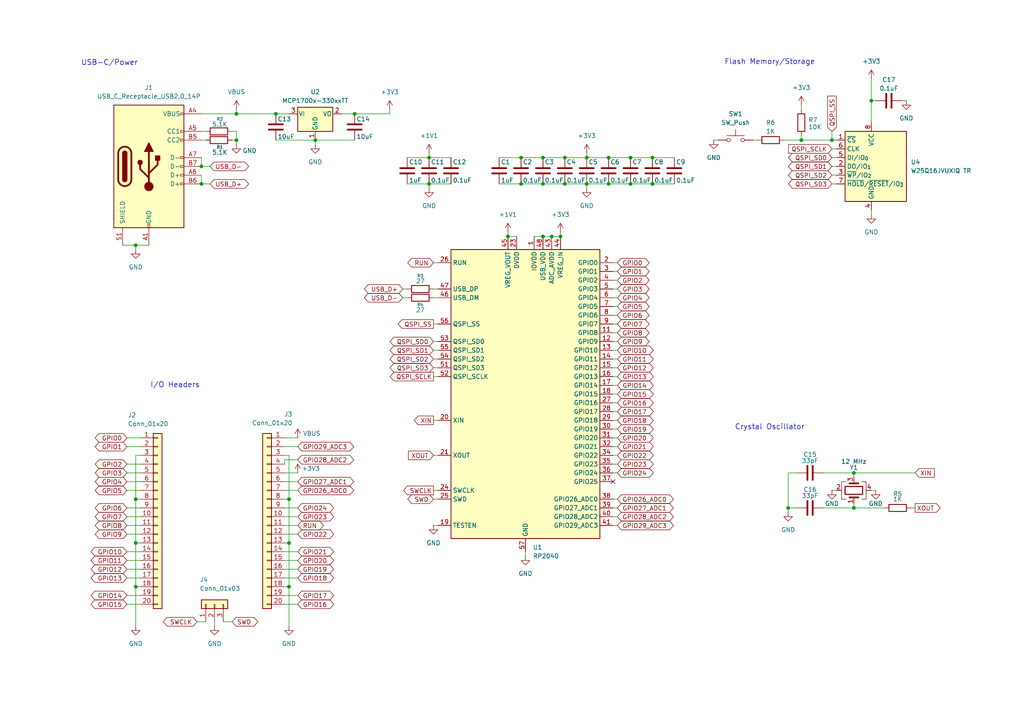
<source format=kicad_sch>
(kicad_sch (version 20250114) (generator "eeschema") (generator_version "9.0")
  (paper "A4")
  (lib_symbols
    (symbol "Connector:USB_C_Receptacle_USB2.0_14P" (pin_names (offset 1.016))
      (property "Reference" "J" (at 0 22.225 0))
      (property "Value" "USB_C_Receptacle_USB2.0_14P" (at 0 19.685 0))
      (symbol "USB_C_Receptacle_USB2.0_14P_1_1"
        (pin passive line (at -7.62 -22.86 90) (length 5.08) (name "SHIELD") (number "S1"))
        (pin passive line (at 0 -22.86 90) (length 5.08) (name "GND") (number "A1"))
        (pin passive line (at 0 -22.86 90) (length 5.08) (hide yes) (name "GND") (number "A12"))
        (pin passive line (at 0 -22.86 90) (length 5.08) (hide yes) (name "GND") (number "B1"))
        (pin passive line (at 0 -22.86 90) (length 5.08) (hide yes) (name "GND") (number "B12"))
        (pin passive line (at 15.24 15.24 180) (length 5.08) (name "VBUS") (number "A4"))
        (pin passive line (at 15.24 15.24 180) (length 5.08) (hide yes) (name "VBUS") (number "A9"))
        (pin passive line (at 15.24 15.24 180) (length 5.08) (hide yes) (name "VBUS") (number "B4"))
        (pin passive line (at 15.24 15.24 180) (length 5.08) (hide yes) (name "VBUS") (number "B9"))
        (pin bidirectional line (at 15.24 10.16 180) (length 5.08) (name "CC1") (number "A5"))
        (pin bidirectional line (at 15.24 7.62 180) (length 5.08) (name "CC2") (number "B5"))
        (pin bidirectional line (at 15.24 2.54 180) (length 5.08) (name "D-") (number "A7"))
        (pin bidirectional line (at 15.24 0 180) (length 5.08) (name "D-") (number "B7"))
        (pin bidirectional line (at 15.24 -2.54 180) (length 5.08) (name "D+") (number "A6"))
        (pin bidirectional line (at 15.24 -5.08 180) (length 5.08) (name "D+") (number "B6"))
      )
    )
    (symbol "Connector_Generic:Conn_01x03" (pin_names (offset 1.016) (hide yes))
      (property "Reference" "J" (at 0 5.08 0))
      (property "Value" "Conn_01x03" (at 0 -5.08 0))
      (symbol "Conn_01x03_1_1"
        (pin passive line (at -5.08 2.54 0) (length 3.81) (name "Pin_1") (number "1"))
        (pin passive line (at -5.08 0 0) (length 3.81) (name "Pin_2") (number "2"))
        (pin passive line (at -5.08 -2.54 0) (length 3.81) (name "Pin_3") (number "3"))
      )
    )
    (symbol "Connector_Generic:Conn_01x20" (pin_names (offset 1.016) (hide yes))
      (property "Reference" "J" (at 0 25.4 0))
      (property "Value" "Conn_01x20" (at 0 -27.94 0))
      (symbol "Conn_01x20_1_1"
        (pin passive line (at -5.08 22.86 0) (length 3.81) (name "Pin_1") (number "1"))
        (pin passive line (at -5.08 20.32 0) (length 3.81) (name "Pin_2") (number "2"))
        (pin passive line (at -5.08 17.78 0) (length 3.81) (name "Pin_3") (number "3"))
        (pin passive line (at -5.08 15.24 0) (length 3.81) (name "Pin_4") (number "4"))
        (pin passive line (at -5.08 12.7 0) (length 3.81) (name "Pin_5") (number "5"))
        (pin passive line (at -5.08 10.16 0) (length 3.81) (name "Pin_6") (number "6"))
        (pin passive line (at -5.08 7.62 0) (length 3.81) (name "Pin_7") (number "7"))
        (pin passive line (at -5.08 5.08 0) (length 3.81) (name "Pin_8") (number "8"))
        (pin passive line (at -5.08 2.54 0) (length 3.81) (name "Pin_9") (number "9"))
        (pin passive line (at -5.08 0 0) (length 3.81) (name "Pin_10") (number "10"))
        (pin passive line (at -5.08 -2.54 0) (length 3.81) (name "Pin_11") (number "11"))
        (pin passive line (at -5.08 -5.08 0) (length 3.81) (name "Pin_12") (number "12"))
        (pin passive line (at -5.08 -7.62 0) (length 3.81) (name "Pin_13") (number "13"))
        (pin passive line (at -5.08 -10.16 0) (length 3.81) (name "Pin_14") (number "14"))
        (pin passive line (at -5.08 -12.7 0) (length 3.81) (name "Pin_15") (number "15"))
        (pin passive line (at -5.08 -15.24 0) (length 3.81) (name "Pin_16") (number "16"))
        (pin passive line (at -5.08 -17.78 0) (length 3.81) (name "Pin_17") (number "17"))
        (pin passive line (at -5.08 -20.32 0) (length 3.81) (name "Pin_18") (number "18"))
        (pin passive line (at -5.08 -22.86 0) (length 3.81) (name "Pin_19") (number "19"))
        (pin passive line (at -5.08 -25.4 0) (length 3.81) (name "Pin_20") (number "20"))
      )
    )
    (symbol "Device:C" (pin_numbers (hide yes)) (pin_names (offset 0.254))
      (property "Reference" "C" (at 0.635 2.54 0))
      (property "Value" "C" (at 0.635 -2.54 0))
      (symbol "C_1_1"
        (pin passive line (at 0 3.81 270) (length 2.794) (name "~") (number "1"))
        (pin passive line (at 0 -3.81 90) (length 2.794) (name "~") (number "2"))
      )
    )
    (symbol "Device:Crystal_GND24" (pin_names (offset 1.016) (hide yes))
      (property "Reference" "Y" (at 3.175 5.08 0))
      (property "Value" "Crystal_GND24" (at 3.175 3.175 0))
      (symbol "Crystal_GND24_1_1"
        (pin passive line (at -3.81 0 0) (length 1.27) (name "1") (number "1"))
        (pin passive line (at 0 5.08 270) (length 1.27) (name "2") (number "2"))
        (pin passive line (at 0 -5.08 90) (length 1.27) (name "4") (number "4"))
        (pin passive line (at 3.81 0 180) (length 1.27) (name "3") (number "3"))
      )
    )
    (symbol "Device:R" (pin_numbers (hide yes)) (pin_names (offset 0))
      (property "Reference" "R" (at 2.032 0 90))
      (property "Value" "R" (at 0 0 90))
      (symbol "R_1_1"
        (pin passive line (at 0 3.81 270) (length 1.27) (name "~") (number "1"))
        (pin passive line (at 0 -3.81 90) (length 1.27) (name "~") (number "2"))
      )
    )
    (symbol "MCU_RaspberryPi:RP2040"
      (property "Reference" "U" (at 17.78 45.72 0))
      (property "Value" "RP2040" (at 17.78 43.18 0))
      (symbol "RP2040_1_1"
        (pin input line (at -25.4 38.1 0) (length 3.81) (name "RUN") (number "26"))
        (pin bidirectional line (at -25.4 30.48 0) (length 3.81) (name "USB_DP") (number "47"))
        (pin bidirectional line (at -25.4 27.94 0) (length 3.81) (name "USB_DM") (number "46"))
        (pin bidirectional line (at -25.4 20.32 0) (length 3.81) (name "QSPI_SS") (number "56"))
        (pin bidirectional line (at -25.4 15.24 0) (length 3.81) (name "QSPI_SD0") (number "53"))
        (pin bidirectional line (at -25.4 12.7 0) (length 3.81) (name "QSPI_SD1") (number "55"))
        (pin bidirectional line (at -25.4 10.16 0) (length 3.81) (name "QSPI_SD2") (number "54"))
        (pin bidirectional line (at -25.4 7.62 0) (length 3.81) (name "QSPI_SD3") (number "51"))
        (pin output line (at -25.4 5.08 0) (length 3.81) (name "QSPI_SCLK") (number "52"))
        (pin input line (at -25.4 -7.62 0) (length 3.81) (name "XIN") (number "20"))
        (pin passive line (at -25.4 -17.78 0) (length 3.81) (name "XOUT") (number "21"))
        (pin input line (at -25.4 -27.94 0) (length 3.81) (name "SWCLK") (number "24"))
        (pin bidirectional line (at -25.4 -30.48 0) (length 3.81) (name "SWD") (number "25"))
        (pin input line (at -25.4 -38.1 0) (length 3.81) (name "TESTEN") (number "19"))
        (pin power_out line (at -5.08 45.72 270) (length 3.81) (name "VREG_VOUT") (number "45"))
        (pin power_in line (at -2.54 45.72 270) (length 3.81) (name "DVDD") (number "23"))
        (pin passive line (at -2.54 45.72 270) (length 3.81) (hide yes) (name "DVDD") (number "50"))
        (pin power_in line (at 0 -45.72 90) (length 3.81) (name "GND") (number "57"))
        (pin power_in line (at 2.54 45.72 270) (length 3.81) (name "IOVDD") (number "1"))
        (pin passive line (at 2.54 45.72 270) (length 3.81) (hide yes) (name "IOVDD") (number "10"))
        (pin passive line (at 2.54 45.72 270) (length 3.81) (hide yes) (name "IOVDD") (number "22"))
        (pin passive line (at 2.54 45.72 270) (length 3.81) (hide yes) (name "IOVDD") (number "33"))
        (pin passive line (at 2.54 45.72 270) (length 3.81) (hide yes) (name "IOVDD") (number "42"))
        (pin passive line (at 2.54 45.72 270) (length 3.81) (hide yes) (name "IOVDD") (number "49"))
        (pin power_in line (at 5.08 45.72 270) (length 3.81) (name "USB_VDD") (number "48"))
        (pin power_in line (at 7.62 45.72 270) (length 3.81) (name "ADC_AVDD") (number "43"))
        (pin power_in line (at 10.16 45.72 270) (length 3.81) (name "VREG_IN") (number "44"))
        (pin bidirectional line (at 25.4 38.1 180) (length 3.81) (name "GPIO0") (number "2"))
        (pin bidirectional line (at 25.4 35.56 180) (length 3.81) (name "GPIO1") (number "3"))
        (pin bidirectional line (at 25.4 33.02 180) (length 3.81) (name "GPIO2") (number "4"))
        (pin bidirectional line (at 25.4 30.48 180) (length 3.81) (name "GPIO3") (number "5"))
        (pin bidirectional line (at 25.4 27.94 180) (length 3.81) (name "GPIO4") (number "6"))
        (pin bidirectional line (at 25.4 25.4 180) (length 3.81) (name "GPIO5") (number "7"))
        (pin bidirectional line (at 25.4 22.86 180) (length 3.81) (name "GPIO6") (number "8"))
        (pin bidirectional line (at 25.4 20.32 180) (length 3.81) (name "GPIO7") (number "9"))
        (pin bidirectional line (at 25.4 17.78 180) (length 3.81) (name "GPIO8") (number "11"))
        (pin bidirectional line (at 25.4 15.24 180) (length 3.81) (name "GPIO9") (number "12"))
        (pin bidirectional line (at 25.4 12.7 180) (length 3.81) (name "GPIO10") (number "13"))
        (pin bidirectional line (at 25.4 10.16 180) (length 3.81) (name "GPIO11") (number "14"))
        (pin bidirectional line (at 25.4 7.62 180) (length 3.81) (name "GPIO12") (number "15"))
        (pin bidirectional line (at 25.4 5.08 180) (length 3.81) (name "GPIO13") (number "16"))
        (pin bidirectional line (at 25.4 2.54 180) (length 3.81) (name "GPIO14") (number "17"))
        (pin bidirectional line (at 25.4 0 180) (length 3.81) (name "GPIO15") (number "18"))
        (pin bidirectional line (at 25.4 -2.54 180) (length 3.81) (name "GPIO16") (number "27"))
        (pin bidirectional line (at 25.4 -5.08 180) (length 3.81) (name "GPIO17") (number "28"))
        (pin bidirectional line (at 25.4 -7.62 180) (length 3.81) (name "GPIO18") (number "29"))
        (pin bidirectional line (at 25.4 -10.16 180) (length 3.81) (name "GPIO19") (number "30"))
        (pin bidirectional line (at 25.4 -12.7 180) (length 3.81) (name "GPIO20") (number "31"))
        (pin bidirectional line (at 25.4 -15.24 180) (length 3.81) (name "GPIO21") (number "32"))
        (pin bidirectional line (at 25.4 -17.78 180) (length 3.81) (name "GPIO22") (number "34"))
        (pin bidirectional line (at 25.4 -20.32 180) (length 3.81) (name "GPIO23") (number "35"))
        (pin bidirectional line (at 25.4 -22.86 180) (length 3.81) (name "GPIO24") (number "36"))
        (pin bidirectional line (at 25.4 -25.4 180) (length 3.81) (name "GPIO25") (number "37"))
        (pin bidirectional line (at 25.4 -30.48 180) (length 3.81) (name "GPIO26_ADC0") (number "38"))
        (pin bidirectional line (at 25.4 -33.02 180) (length 3.81) (name "GPIO27_ADC1") (number "39"))
        (pin bidirectional line (at 25.4 -35.56 180) (length 3.81) (name "GPIO28_ADC2") (number "40"))
        (pin bidirectional line (at 25.4 -38.1 180) (length 3.81) (name "GPIO29_ADC3") (number "41"))
      )
    )
    (symbol "Memory_Flash:W25Q16JVSS"
      (property "Reference" "U" (at -6.35 11.43 0))
      (property "Value" "W25Q16JVSS" (at 7.62 11.43 0))
      (symbol "W25Q16JVSS_1_1"
        (pin input line (at -10.16 7.62 0) (length 2.54) (name "~{CS}") (number "1"))
        (pin input line (at -10.16 5.08 0) (length 2.54) (name "CLK") (number "6"))
        (pin bidirectional line (at -10.16 2.54 0) (length 2.54) (name "DI/IO_{0}") (number "5"))
        (pin bidirectional line (at -10.16 0 0) (length 2.54) (name "DO/IO_{1}") (number "2"))
        (pin bidirectional line (at -10.16 -2.54 0) (length 2.54) (name "~{WP}/IO_{2}") (number "3"))
        (pin bidirectional line (at -10.16 -5.08 0) (length 2.54) (name "~{HOLD}/~{RESET}/IO_{3}") (number "7"))
        (pin power_in line (at 0 12.7 270) (length 2.54) (name "VCC") (number "8"))
        (pin power_in line (at 0 -12.7 90) (length 2.54) (name "GND") (number "4"))
      )
    )
    (symbol "Regulator_Linear:MCP1700x-330xxTT" (pin_names (offset 0.254))
      (property "Reference" "U" (at -3.81 3.175 0))
      (property "Value" "MCP1700x-330xxTT" (at 0 3.175 0))
      (symbol "MCP1700x-330xxTT_1_1"
        (pin power_in line (at -7.62 0 0) (length 2.54) (name "VI") (number "3"))
        (pin power_in line (at 0 -7.62 90) (length 2.54) (name "GND") (number "1"))
        (pin power_out line (at 7.62 0 180) (length 2.54) (name "VO") (number "2"))
      )
    )
    (symbol "Switch:SW_Push" (pin_numbers (hide yes)) (pin_names (offset 1.016) (hide yes))
      (property "Reference" "SW" (at 1.27 2.54 0))
      (property "Value" "SW_Push" (at 0 -1.524 0))
      (symbol "SW_Push_0_1"
        (pin passive line (at -5.08 0 0) (length 2.54) (name "1") (number "1"))
        (pin passive line (at 5.08 0 180) (length 2.54) (name "2") (number "2"))
      )
    )
    (symbol "power:+1V1" (power) (pin_numbers (hide yes)) (pin_names (offset 0) (hide yes))
      (property "Value" "+1V1" (at 0 3.556 0))
      (symbol "+1V1_1_1"
        (pin power_in line (at 0 0 90) (length 0) (name "~") (number "1"))
      )
    )
    (symbol "power:+3V3" (power) (pin_numbers (hide yes)) (pin_names (offset 0) (hide yes))
      (property "Value" "+3V3" (at 0 3.556 0))
      (symbol "+3V3_1_1"
        (pin power_in line (at 0 0 90) (length 0) (name "~") (number "1"))
      )
    )
    (symbol "power:GND" (power) (pin_numbers (hide yes)) (pin_names (offset 0) (hide yes))
      (property "Value" "GND" (at 0 -3.81 0))
      (symbol "GND_1_1"
        (pin power_in line (at 0 0 270) (length 0) (name "~") (number "1"))
      )
    )
    (symbol "power:VBUS" (power) (pin_numbers (hide yes)) (pin_names (offset 0) (hide yes))
      (property "Value" "VBUS" (at 0 3.556 0))
      (symbol "VBUS_1_1"
        (pin power_in line (at 0 0 90) (length 0) (name "~") (number "1"))
      )
    )
  )
  (text "Flash Memory/Storage" (at 223.266 18.034 0) (effects (font (size 1.524 1.524))))
  (text "I/O Headers" (at 50.8 111.76 0) (effects (font (size 1.524 1.524))))
  (text "Crystal Oscillator" (at 223.266 123.952 0) (effects (font (size 1.524 1.524))))
  (text "USB-C/Power" (at 31.75 18.288 0) (effects (font (size 1.524 1.524))))
  (junction (at 247.65 147.32))
  (junction (at 232.41 40.64))
  (junction (at 83.82 144.78))
  (junction (at 91.44 40.64))
  (junction (at 189.23 45.72))
  (junction (at 182.88 53.34))
  (junction (at 160.02 68.58))
  (junction (at 102.87 33.02))
  (junction (at 157.48 45.72))
  (junction (at 80.01 33.02))
  (junction (at 247.65 137.16))
  (junction (at 163.83 53.34))
  (junction (at 228.6 147.32))
  (junction (at 124.46 45.72))
  (junction (at 39.37 157.48))
  (junction (at 182.88 45.72))
  (junction (at 162.56 68.58))
  (junction (at 151.13 53.34))
  (junction (at 170.18 53.34))
  (junction (at 58.42 53.34))
  (junction (at 58.42 48.26))
  (junction (at 147.32 68.58))
  (junction (at 176.53 53.34))
  (junction (at 39.37 144.78))
  (junction (at 252.73 29.21))
  (junction (at 83.82 157.48))
  (junction (at 241.3 40.64))
  (junction (at 83.82 170.18))
  (junction (at 170.18 45.72))
  (junction (at 39.37 170.18))
  (junction (at 124.46 53.34))
  (junction (at 176.53 45.72))
  (junction (at 157.48 68.58))
  (junction (at 39.37 71.12))
  (junction (at 68.58 33.02))
  (junction (at 157.48 53.34))
  (junction (at 163.83 45.72))
  (junction (at 189.23 53.34))
  (junction (at 68.58 40.64))
  (junction (at 151.13 45.72))
  (no_connect (at 177.8 139.7))
  (wire (pts (xy 58.42 48.26) (xy 60.96 48.26)))
  (wire (pts (xy 36.83 147.32) (xy 40.64 147.32)))
  (wire (pts (xy 125.73 152.4) (xy 127 152.4)))
  (wire (pts (xy 254 142.24) (xy 252.73 142.24)))
  (wire (pts (xy 176.53 45.72) (xy 182.88 45.72)))
  (wire (pts (xy 83.82 170.18) (xy 83.82 181.61)))
  (wire (pts (xy 231.14 137.16) (xy 228.6 137.16)))
  (wire (pts (xy 36.83 175.26) (xy 40.64 175.26)))
  (wire (pts (xy 228.6 147.32) (xy 231.14 147.32)))
  (wire (pts (xy 179.07 111.76) (xy 177.8 111.76)))
  (wire (pts (xy 86.36 137.16) (xy 82.55 137.16)))
  (wire (pts (xy 125.73 132.08) (xy 127 132.08)))
  (wire (pts (xy 36.83 172.72) (xy 40.64 172.72)))
  (wire (pts (xy 179.07 132.08) (xy 177.8 132.08)))
  (wire (pts (xy 144.78 53.34) (xy 151.13 53.34)))
  (wire (pts (xy 125.73 101.6) (xy 127 101.6)))
  (wire (pts (xy 170.18 53.34) (xy 176.53 53.34)))
  (wire (pts (xy 124.46 54.61) (xy 124.46 53.34)))
  (wire (pts (xy 179.07 106.68) (xy 177.8 106.68)))
  (wire (pts (xy 40.64 144.78) (xy 39.37 144.78)))
  (wire (pts (xy 179.07 116.84) (xy 177.8 116.84)))
  (wire (pts (xy 67.31 40.64) (xy 68.58 40.64)))
  (wire (pts (xy 82.55 152.4) (xy 86.36 152.4)))
  (wire (pts (xy 58.42 45.72) (xy 58.42 48.26)))
  (wire (pts (xy 36.83 152.4) (xy 40.64 152.4)))
  (wire (pts (xy 39.37 132.08) (xy 39.37 144.78)))
  (wire (pts (xy 228.6 137.16) (xy 228.6 147.32)))
  (wire (pts (xy 176.53 53.34) (xy 182.88 53.34)))
  (wire (pts (xy 163.83 53.34) (xy 170.18 53.34)))
  (wire (pts (xy 86.36 127) (xy 82.55 127)))
  (wire (pts (xy 36.83 160.02) (xy 40.64 160.02)))
  (wire (pts (xy 170.18 45.72) (xy 176.53 45.72)))
  (wire (pts (xy 144.78 45.72) (xy 151.13 45.72)))
  (wire (pts (xy 154.94 68.58) (xy 157.48 68.58)))
  (wire (pts (xy 125.73 93.98) (xy 127 93.98)))
  (wire (pts (xy 247.65 147.32) (xy 256.54 147.32)))
  (wire (pts (xy 83.82 144.78) (xy 83.82 157.48)))
  (wire (pts (xy 247.65 137.16) (xy 265.43 137.16)))
  (wire (pts (xy 179.07 144.78) (xy 177.8 144.78)))
  (wire (pts (xy 124.46 53.34) (xy 130.81 53.34)))
  (wire (pts (xy 189.23 53.34) (xy 195.58 53.34)))
  (wire (pts (xy 67.31 38.1) (xy 68.58 38.1)))
  (wire (pts (xy 179.07 81.28) (xy 177.8 81.28)))
  (wire (pts (xy 179.07 147.32) (xy 177.8 147.32)))
  (wire (pts (xy 82.55 147.32) (xy 86.36 147.32)))
  (wire (pts (xy 232.41 40.64) (xy 241.3 40.64)))
  (wire (pts (xy 179.07 129.54) (xy 177.8 129.54)))
  (wire (pts (xy 179.07 86.36) (xy 177.8 86.36)))
  (wire (pts (xy 82.55 175.26) (xy 86.36 175.26)))
  (wire (pts (xy 179.07 83.82) (xy 177.8 83.82)))
  (wire (pts (xy 82.55 170.18) (xy 83.82 170.18)))
  (wire (pts (xy 36.83 134.62) (xy 40.64 134.62)))
  (wire (pts (xy 241.3 43.18) (xy 242.57 43.18)))
  (wire (pts (xy 39.37 72.39) (xy 39.37 71.12)))
  (wire (pts (xy 39.37 71.12) (xy 43.18 71.12)))
  (wire (pts (xy 179.07 109.22) (xy 177.8 109.22)))
  (wire (pts (xy 241.3 45.72) (xy 242.57 45.72)))
  (wire (pts (xy 36.83 129.54) (xy 40.64 129.54)))
  (wire (pts (xy 116.84 86.36) (xy 118.11 86.36)))
  (wire (pts (xy 113.03 31.75) (xy 113.03 33.02)))
  (wire (pts (xy 68.58 33.02) (xy 80.01 33.02)))
  (wire (pts (xy 113.03 33.02) (xy 102.87 33.02)))
  (wire (pts (xy 36.83 137.16) (xy 40.64 137.16)))
  (wire (pts (xy 241.3 50.8) (xy 242.57 50.8)))
  (wire (pts (xy 39.37 157.48) (xy 39.37 170.18)))
  (wire (pts (xy 152.4 161.29) (xy 152.4 160.02)))
  (wire (pts (xy 36.83 165.1) (xy 40.64 165.1)))
  (wire (pts (xy 238.76 147.32) (xy 247.65 147.32)))
  (wire (pts (xy 179.07 114.3) (xy 177.8 114.3)))
  (wire (pts (xy 182.88 53.34) (xy 189.23 53.34)))
  (wire (pts (xy 68.58 40.64) (xy 68.58 41.91)))
  (wire (pts (xy 241.3 142.24) (xy 242.57 142.24)))
  (wire (pts (xy 40.64 170.18) (xy 39.37 170.18)))
  (wire (pts (xy 151.13 45.72) (xy 157.48 45.72)))
  (wire (pts (xy 58.42 53.34) (xy 60.96 53.34)))
  (wire (pts (xy 36.83 154.94) (xy 40.64 154.94)))
  (wire (pts (xy 254 29.21) (xy 252.73 29.21)))
  (wire (pts (xy 241.3 40.64) (xy 242.57 40.64)))
  (wire (pts (xy 124.46 44.45) (xy 124.46 45.72)))
  (wire (pts (xy 80.01 33.02) (xy 83.82 33.02)))
  (wire (pts (xy 82.55 132.08) (xy 83.82 132.08)))
  (wire (pts (xy 39.37 144.78) (xy 39.37 157.48)))
  (wire (pts (xy 179.07 119.38) (xy 177.8 119.38)))
  (wire (pts (xy 125.73 106.68) (xy 127 106.68)))
  (wire (pts (xy 68.58 31.75) (xy 68.58 33.02)))
  (wire (pts (xy 125.73 104.14) (xy 127 104.14)))
  (wire (pts (xy 170.18 54.61) (xy 170.18 53.34)))
  (wire (pts (xy 36.83 127) (xy 40.64 127)))
  (wire (pts (xy 157.48 68.58) (xy 160.02 68.58)))
  (wire (pts (xy 179.07 76.2) (xy 177.8 76.2)))
  (wire (pts (xy 118.11 53.34) (xy 124.46 53.34)))
  (wire (pts (xy 179.07 134.62) (xy 177.8 134.62)))
  (wire (pts (xy 182.88 45.72) (xy 189.23 45.72)))
  (wire (pts (xy 125.73 121.92) (xy 127 121.92)))
  (wire (pts (xy 247.65 137.16) (xy 247.65 138.43)))
  (wire (pts (xy 252.73 29.21) (xy 252.73 35.56)))
  (wire (pts (xy 58.42 50.8) (xy 58.42 53.34)))
  (wire (pts (xy 247.65 146.05) (xy 247.65 147.32)))
  (wire (pts (xy 82.55 129.54) (xy 86.36 129.54)))
  (wire (pts (xy 179.07 78.74) (xy 177.8 78.74)))
  (wire (pts (xy 179.07 101.6) (xy 177.8 101.6)))
  (wire (pts (xy 82.55 149.86) (xy 86.36 149.86)))
  (wire (pts (xy 228.6 148.59) (xy 228.6 147.32)))
  (wire (pts (xy 40.64 132.08) (xy 39.37 132.08)))
  (wire (pts (xy 58.42 33.02) (xy 68.58 33.02)))
  (wire (pts (xy 179.07 88.9) (xy 177.8 88.9)))
  (wire (pts (xy 99.06 33.02) (xy 102.87 33.02)))
  (wire (pts (xy 83.82 132.08) (xy 83.82 144.78)))
  (wire (pts (xy 179.07 137.16) (xy 177.8 137.16)))
  (wire (pts (xy 82.55 133.35) (xy 82.55 134.62)))
  (wire (pts (xy 179.07 99.06) (xy 177.8 99.06)))
  (wire (pts (xy 125.73 83.82) (xy 127 83.82)))
  (wire (pts (xy 125.73 86.36) (xy 127 86.36)))
  (wire (pts (xy 82.55 133.35) (xy 86.36 133.35)))
  (wire (pts (xy 36.83 167.64) (xy 40.64 167.64)))
  (wire (pts (xy 116.84 83.82) (xy 118.11 83.82)))
  (wire (pts (xy 82.55 172.72) (xy 86.36 172.72)))
  (wire (pts (xy 125.73 142.24) (xy 127 142.24)))
  (wire (pts (xy 147.32 67.31) (xy 147.32 68.58)))
  (wire (pts (xy 179.07 127) (xy 177.8 127)))
  (wire (pts (xy 82.55 142.24) (xy 86.36 142.24)))
  (wire (pts (xy 189.23 45.72) (xy 195.58 45.72)))
  (wire (pts (xy 40.64 157.48) (xy 39.37 157.48)))
  (wire (pts (xy 179.07 121.92) (xy 177.8 121.92)))
  (wire (pts (xy 125.73 99.06) (xy 127 99.06)))
  (wire (pts (xy 125.73 76.2) (xy 127 76.2)))
  (wire (pts (xy 207.01 40.64) (xy 208.28 40.64)))
  (wire (pts (xy 82.55 160.02) (xy 86.36 160.02)))
  (wire (pts (xy 241.3 53.34) (xy 242.57 53.34)))
  (wire (pts (xy 82.55 139.7) (xy 86.36 139.7)))
  (wire (pts (xy 91.44 40.64) (xy 102.87 40.64)))
  (wire (pts (xy 179.07 91.44) (xy 177.8 91.44)))
  (wire (pts (xy 82.55 165.1) (xy 86.36 165.1)))
  (wire (pts (xy 36.83 149.86) (xy 40.64 149.86)))
  (wire (pts (xy 232.41 39.37) (xy 232.41 40.64)))
  (wire (pts (xy 157.48 45.72) (xy 163.83 45.72)))
  (wire (pts (xy 118.11 45.72) (xy 124.46 45.72)))
  (wire (pts (xy 35.56 71.12) (xy 39.37 71.12)))
  (wire (pts (xy 252.73 62.23) (xy 252.73 60.96)))
  (wire (pts (xy 39.37 170.18) (xy 39.37 181.61)))
  (wire (pts (xy 125.73 109.22) (xy 127 109.22)))
  (wire (pts (xy 179.07 124.46) (xy 177.8 124.46)))
  (wire (pts (xy 151.13 53.34) (xy 157.48 53.34)))
  (wire (pts (xy 82.55 154.94) (xy 86.36 154.94)))
  (wire (pts (xy 157.48 53.34) (xy 163.83 53.34)))
  (wire (pts (xy 241.3 40.64) (xy 241.3 38.1)))
  (wire (pts (xy 57.15 180.34) (xy 59.69 180.34)))
  (wire (pts (xy 82.55 157.48) (xy 83.82 157.48)))
  (wire (pts (xy 68.58 38.1) (xy 68.58 40.64)))
  (wire (pts (xy 162.56 67.31) (xy 162.56 68.58)))
  (wire (pts (xy 241.3 48.26) (xy 242.57 48.26)))
  (wire (pts (xy 262.89 29.21) (xy 261.62 29.21)))
  (wire (pts (xy 36.83 142.24) (xy 40.64 142.24)))
  (wire (pts (xy 82.55 144.78) (xy 83.82 144.78)))
  (wire (pts (xy 179.07 104.14) (xy 177.8 104.14)))
  (wire (pts (xy 59.69 38.1) (xy 58.42 38.1)))
  (wire (pts (xy 227.33 40.64) (xy 232.41 40.64)))
  (wire (pts (xy 83.82 157.48) (xy 83.82 170.18)))
  (wire (pts (xy 252.73 22.86) (xy 252.73 29.21)))
  (wire (pts (xy 265.43 147.32) (xy 264.16 147.32)))
  (wire (pts (xy 91.44 41.91) (xy 91.44 40.64)))
  (wire (pts (xy 64.77 180.34) (xy 67.31 180.34)))
  (wire (pts (xy 163.83 45.72) (xy 170.18 45.72)))
  (wire (pts (xy 218.44 40.64) (xy 219.71 40.64)))
  (wire (pts (xy 62.23 181.61) (xy 62.23 180.34)))
  (wire (pts (xy 82.55 162.56) (xy 86.36 162.56)))
  (wire (pts (xy 179.07 93.98) (xy 177.8 93.98)))
  (wire (pts (xy 36.83 162.56) (xy 40.64 162.56)))
  (wire (pts (xy 147.32 68.58) (xy 149.86 68.58)))
  (wire (pts (xy 170.18 44.45) (xy 170.18 45.72)))
  (wire (pts (xy 179.07 96.52) (xy 177.8 96.52)))
  (wire (pts (xy 238.76 137.16) (xy 247.65 137.16)))
  (wire (pts (xy 160.02 68.58) (xy 162.56 68.58)))
  (wire (pts (xy 59.69 40.64) (xy 58.42 40.64)))
  (wire (pts (xy 125.73 144.78) (xy 127 144.78)))
  (wire (pts (xy 36.83 139.7) (xy 40.64 139.7)))
  (wire (pts (xy 124.46 45.72) (xy 130.81 45.72)))
  (wire (pts (xy 179.07 149.86) (xy 177.8 149.86)))
  (wire (pts (xy 80.01 40.64) (xy 91.44 40.64)))
  (wire (pts (xy 179.07 152.4) (xy 177.8 152.4)))
  (wire (pts (xy 232.41 30.48) (xy 232.41 31.75)))
  (wire (pts (xy 82.55 167.64) (xy 86.36 167.64)))
  (global_label "GPIO6" (shape bidirectional) (at 179.07 91.44 0) (property "Intersheetrefs" "${INTERSHEET_REFS}" (effects (hide yes))))
  (global_label "GPIO2" (shape bidirectional) (at 36.83 134.62 180) (property "Intersheetrefs" "${INTERSHEET_REFS}" (effects (hide yes))))
  (global_label "QSPI_SD1" (shape bidirectional) (at 125.73 101.6 180) (property "Intersheetrefs" "${INTERSHEET_REFS}" (effects (hide yes))))
  (global_label "GPIO24" (shape bidirectional) (at 179.07 137.16 0) (property "Intersheetrefs" "${INTERSHEET_REFS}" (effects (hide yes))))
  (global_label "GPIO20" (shape bidirectional) (at 86.36 162.56 0) (property "Intersheetrefs" "${INTERSHEET_REFS}" (effects (hide yes))))
  (global_label "GPIO7" (shape bidirectional) (at 179.07 93.98 0) (property "Intersheetrefs" "${INTERSHEET_REFS}" (effects (hide yes))))
  (global_label "GPIO11" (shape bidirectional) (at 179.07 104.14 0) (property "Intersheetrefs" "${INTERSHEET_REFS}" (effects (hide yes))))
  (global_label "USB_D-" (shape bidirectional) (at 116.84 86.36 180) (property "Intersheetrefs" "${INTERSHEET_REFS}" (effects (hide yes))))
  (global_label "QSPI_SCLK" (shape output) (at 125.73 109.22 180) (property "Intersheetrefs" "${INTERSHEET_REFS}" (effects (hide yes))))
  (global_label "GPIO9" (shape bidirectional) (at 179.07 99.06 0) (property "Intersheetrefs" "${INTERSHEET_REFS}" (effects (hide yes))))
  (global_label "QSPI_SD0" (shape bidirectional) (at 125.73 99.06 180) (property "Intersheetrefs" "${INTERSHEET_REFS}" (effects (hide yes))))
  (global_label "SWD" (shape bidirectional) (at 125.73 144.78 180) (property "Intersheetrefs" "${INTERSHEET_REFS}" (effects (hide yes))))
  (global_label "GPIO29_ADC3" (shape bidirectional) (at 179.07 152.4 0) (property "Intersheetrefs" "${INTERSHEET_REFS}" (effects (hide yes))))
  (global_label "XOUT" (shape output) (at 265.43 147.32 0) (property "Intersheetrefs" "${INTERSHEET_REFS}" (effects (hide yes))))
  (global_label "GPIO18" (shape bidirectional) (at 86.36 167.64 0) (property "Intersheetrefs" "${INTERSHEET_REFS}" (effects (hide yes))))
  (global_label "GPIO22" (shape bidirectional) (at 179.07 132.08 0) (property "Intersheetrefs" "${INTERSHEET_REFS}" (effects (hide yes))))
  (global_label "GPIO8" (shape bidirectional) (at 179.07 96.52 0) (property "Intersheetrefs" "${INTERSHEET_REFS}" (effects (hide yes))))
  (global_label "GPIO19" (shape bidirectional) (at 179.07 124.46 0) (property "Intersheetrefs" "${INTERSHEET_REFS}" (effects (hide yes))))
  (global_label "GPIO22" (shape bidirectional) (at 86.36 154.94 0) (property "Intersheetrefs" "${INTERSHEET_REFS}" (effects (hide yes))))
  (global_label "GPIO15" (shape bidirectional) (at 179.07 114.3 0) (property "Intersheetrefs" "${INTERSHEET_REFS}" (effects (hide yes))))
  (global_label "GPIO7" (shape bidirectional) (at 36.83 149.86 180) (property "Intersheetrefs" "${INTERSHEET_REFS}" (effects (hide yes))))
  (global_label "GPIO24" (shape bidirectional) (at 86.36 147.32 0) (property "Intersheetrefs" "${INTERSHEET_REFS}" (effects (hide yes))))
  (global_label "GPIO27_ADC1" (shape bidirectional) (at 179.07 147.32 0) (property "Intersheetrefs" "${INTERSHEET_REFS}" (effects (hide yes))))
  (global_label "QSPI_SS" (shape output) (at 125.73 93.98 180) (property "Intersheetrefs" "${INTERSHEET_REFS}" (effects (hide yes))))
  (global_label "QSPI_SD0" (shape bidirectional) (at 241.3 45.72 180) (property "Intersheetrefs" "${INTERSHEET_REFS}" (effects (hide yes))))
  (global_label "GPIO16" (shape bidirectional) (at 179.07 116.84 0) (property "Intersheetrefs" "${INTERSHEET_REFS}" (effects (hide yes))))
  (global_label "GPIO20" (shape bidirectional) (at 179.07 127 0) (property "Intersheetrefs" "${INTERSHEET_REFS}" (effects (hide yes))))
  (global_label "GPIO27_ADC1" (shape bidirectional) (at 86.36 139.7 0) (property "Intersheetrefs" "${INTERSHEET_REFS}" (effects (hide yes))))
  (global_label "GPIO28_ADC2" (shape bidirectional) (at 179.07 149.86 0) (property "Intersheetrefs" "${INTERSHEET_REFS}" (effects (hide yes))))
  (global_label "QSPI_SD1" (shape bidirectional) (at 241.3 48.26 180) (property "Intersheetrefs" "${INTERSHEET_REFS}" (effects (hide yes))))
  (global_label "GPIO14" (shape bidirectional) (at 179.07 111.76 0) (property "Intersheetrefs" "${INTERSHEET_REFS}" (effects (hide yes))))
  (global_label "GPIO17" (shape bidirectional) (at 179.07 119.38 0) (property "Intersheetrefs" "${INTERSHEET_REFS}" (effects (hide yes))))
  (global_label "GPIO3" (shape bidirectional) (at 36.83 137.16 180) (property "Intersheetrefs" "${INTERSHEET_REFS}" (effects (hide yes))))
  (global_label "GPIO10" (shape bidirectional) (at 179.07 101.6 0) (property "Intersheetrefs" "${INTERSHEET_REFS}" (effects (hide yes))))
  (global_label "GPIO13" (shape bidirectional) (at 36.83 167.64 180) (property "Intersheetrefs" "${INTERSHEET_REFS}" (effects (hide yes))))
  (global_label "QSPI_SCLK" (shape input) (at 241.3 43.18 180) (property "Intersheetrefs" "${INTERSHEET_REFS}" (effects (hide yes))))
  (global_label "SWD" (shape bidirectional) (at 67.31 180.34 0) (property "Intersheetrefs" "${INTERSHEET_REFS}" (effects (hide yes))))
  (global_label "GPIO5" (shape bidirectional) (at 36.83 142.24 180) (property "Intersheetrefs" "${INTERSHEET_REFS}" (effects (hide yes))))
  (global_label "GPIO28_ADC2" (shape bidirectional) (at 86.36 133.35 0) (property "Intersheetrefs" "${INTERSHEET_REFS}" (effects (hide yes))))
  (global_label "GPIO3" (shape bidirectional) (at 179.07 83.82 0) (property "Intersheetrefs" "${INTERSHEET_REFS}" (effects (hide yes))))
  (global_label "GPIO21" (shape bidirectional) (at 179.07 129.54 0) (property "Intersheetrefs" "${INTERSHEET_REFS}" (effects (hide yes))))
  (global_label "QSPI_SS" (shape input) (at 241.3 38.1 90) (property "Intersheetrefs" "${INTERSHEET_REFS}" (effects (hide yes))))
  (global_label "GPIO1" (shape bidirectional) (at 179.07 78.74 0) (property "Intersheetrefs" "${INTERSHEET_REFS}" (effects (hide yes))))
  (global_label "RUN" (shape bidirectional) (at 86.36 152.4 0) (property "Intersheetrefs" "${INTERSHEET_REFS}" (effects (hide yes))))
  (global_label "USB_D+" (shape bidirectional) (at 116.84 83.82 180) (property "Intersheetrefs" "${INTERSHEET_REFS}" (effects (hide yes))))
  (global_label "GPIO18" (shape bidirectional) (at 179.07 121.92 0) (property "Intersheetrefs" "${INTERSHEET_REFS}" (effects (hide yes))))
  (global_label "GPIO5" (shape bidirectional) (at 179.07 88.9 0) (property "Intersheetrefs" "${INTERSHEET_REFS}" (effects (hide yes))))
  (global_label "QSPI_SD2" (shape bidirectional) (at 241.3 50.8 180) (property "Intersheetrefs" "${INTERSHEET_REFS}" (effects (hide yes))))
  (global_label "GPIO26_ADC0" (shape bidirectional) (at 86.36 142.24 0) (property "Intersheetrefs" "${INTERSHEET_REFS}" (effects (hide yes))))
  (global_label "XIN" (shape input) (at 265.43 137.16 0) (property "Intersheetrefs" "${INTERSHEET_REFS}" (effects (hide yes))))
  (global_label "GPIO1" (shape bidirectional) (at 36.83 129.54 180) (property "Intersheetrefs" "${INTERSHEET_REFS}" (effects (hide yes))))
  (global_label "GPIO10" (shape bidirectional) (at 36.83 160.02 180) (property "Intersheetrefs" "${INTERSHEET_REFS}" (effects (hide yes))))
  (global_label "XIN" (shape output) (at 125.73 121.92 180) (property "Intersheetrefs" "${INTERSHEET_REFS}" (effects (hide yes))))
  (global_label "GPIO0" (shape bidirectional) (at 179.07 76.2 0) (property "Intersheetrefs" "${INTERSHEET_REFS}" (effects (hide yes))))
  (global_label "GPIO21" (shape bidirectional) (at 86.36 160.02 0) (property "Intersheetrefs" "${INTERSHEET_REFS}" (effects (hide yes))))
  (global_label "GPIO26_ADC0" (shape bidirectional) (at 179.07 144.78 0) (property "Intersheetrefs" "${INTERSHEET_REFS}" (effects (hide yes))))
  (global_label "GPIO12" (shape bidirectional) (at 179.07 106.68 0) (property "Intersheetrefs" "${INTERSHEET_REFS}" (effects (hide yes))))
  (global_label "QSPI_SD3" (shape bidirectional) (at 241.3 53.34 180) (property "Intersheetrefs" "${INTERSHEET_REFS}" (effects (hide yes))))
  (global_label "SWCLK" (shape output) (at 125.73 142.24 180) (property "Intersheetrefs" "${INTERSHEET_REFS}" (effects (hide yes))))
  (global_label "GPIO6" (shape bidirectional) (at 36.83 147.32 180) (property "Intersheetrefs" "${INTERSHEET_REFS}" (effects (hide yes))))
  (global_label "GPIO29_ADC3" (shape bidirectional) (at 86.36 129.54 0) (property "Intersheetrefs" "${INTERSHEET_REFS}" (effects (hide yes))))
  (global_label "GPIO13" (shape bidirectional) (at 179.07 109.22 0) (property "Intersheetrefs" "${INTERSHEET_REFS}" (effects (hide yes))))
  (global_label "SWCLK" (shape bidirectional) (at 57.15 180.34 180) (property "Intersheetrefs" "${INTERSHEET_REFS}" (effects (hide yes))))
  (global_label "GPIO14" (shape bidirectional) (at 36.83 172.72 180) (property "Intersheetrefs" "${INTERSHEET_REFS}" (effects (hide yes))))
  (global_label "GPIO4" (shape bidirectional) (at 36.83 139.7 180) (property "Intersheetrefs" "${INTERSHEET_REFS}" (effects (hide yes))))
  (global_label "GPIO19" (shape bidirectional) (at 86.36 165.1 0) (property "Intersheetrefs" "${INTERSHEET_REFS}" (effects (hide yes))))
  (global_label "GPIO17" (shape bidirectional) (at 86.36 172.72 0) (property "Intersheetrefs" "${INTERSHEET_REFS}" (effects (hide yes))))
  (global_label "GPIO11" (shape bidirectional) (at 36.83 162.56 180) (property "Intersheetrefs" "${INTERSHEET_REFS}" (effects (hide yes))))
  (global_label "GPIO0" (shape bidirectional) (at 36.83 127 180) (property "Intersheetrefs" "${INTERSHEET_REFS}" (effects (hide yes))))
  (global_label "GPIO8" (shape bidirectional) (at 36.83 152.4 180) (property "Intersheetrefs" "${INTERSHEET_REFS}" (effects (hide yes))))
  (global_label "QSPI_SD2" (shape bidirectional) (at 125.73 104.14 180) (property "Intersheetrefs" "${INTERSHEET_REFS}" (effects (hide yes))))
  (global_label "GPIO12" (shape bidirectional) (at 36.83 165.1 180) (property "Intersheetrefs" "${INTERSHEET_REFS}" (effects (hide yes))))
  (global_label "GPIO23" (shape bidirectional) (at 86.36 149.86 0) (property "Intersheetrefs" "${INTERSHEET_REFS}" (effects (hide yes))))
  (global_label "GPIO15" (shape bidirectional) (at 36.83 175.26 180) (property "Intersheetrefs" "${INTERSHEET_REFS}" (effects (hide yes))))
  (global_label "GPIO16" (shape bidirectional) (at 86.36 175.26 0) (property "Intersheetrefs" "${INTERSHEET_REFS}" (effects (hide yes))))
  (global_label "RUN" (shape bidirectional) (at 125.73 76.2 180) (property "Intersheetrefs" "${INTERSHEET_REFS}" (effects (hide yes))))
  (global_label "USB_D-" (shape bidirectional) (at 60.96 48.26 0) (property "Intersheetrefs" "${INTERSHEET_REFS}" (effects (hide yes))))
  (global_label "GPIO2" (shape bidirectional) (at 179.07 81.28 0) (property "Intersheetrefs" "${INTERSHEET_REFS}" (effects (hide yes))))
  (global_label "QSPI_SD3" (shape bidirectional) (at 125.73 106.68 180) (property "Intersheetrefs" "${INTERSHEET_REFS}" (effects (hide yes))))
  (global_label "GPIO23" (shape bidirectional) (at 179.07 134.62 0) (property "Intersheetrefs" "${INTERSHEET_REFS}" (effects (hide yes))))
  (global_label "USB_D+" (shape bidirectional) (at 60.96 53.34 0) (property "Intersheetrefs" "${INTERSHEET_REFS}" (effects (hide yes))))
  (global_label "XOUT" (shape input) (at 125.73 132.08 180) (property "Intersheetrefs" "${INTERSHEET_REFS}" (effects (hide yes))))
  (global_label "GPIO9" (shape bidirectional) (at 36.83 154.94 180) (property "Intersheetrefs" "${INTERSHEET_REFS}" (effects (hide yes))))
  (global_label "GPIO4" (shape bidirectional) (at 179.07 86.36 0) (property "Intersheetrefs" "${INTERSHEET_REFS}" (effects (hide yes))))
  (symbol (lib_id "Device:C") (at 234.95 137.16 90) (unit 1)
    (property "Reference" "C15" (at 234.95 131.826 90))
    (property "Value" "33pF" (at 234.95 133.604 90))
    (property "Footprint" "Capacitor_SMD:C_0402_1005Metric" (effects (hide yes)))
    (property "Description" "Unpolarized capacitor" (effects (hide yes)))
  )
  (symbol (lib_id "power:+3V3") (at 252.73 22.86 0) (unit 1)
    (property "Reference" "#PWR016" (effects (hide yes)))
    (property "Value" "+3V3" (at 252.73 17.78 0))
    (property "Description" "Power symbol creates a global label with name \"+3V3\"" (effects (hide yes)))
  )
  (symbol (lib_id "Device:C") (at 124.46 49.53 0) (unit 1)
    (property "Reference" "C11" (at 124.968 46.99 0) (effects (justify left)))
    (property "Value" "0.1uF" (at 124.968 52.324 0) (effects (justify left)))
    (property "Footprint" "Capacitor_SMD:C_0402_1005Metric" (effects (hide yes)))
    (property "Description" "Unpolarized capacitor" (effects (hide yes)))
  )
  (symbol (lib_id "power:+1V1") (at 147.32 67.31 0) (unit 1)
    (property "Reference" "#PWR01" (effects (hide yes)))
    (property "Value" "+1V1" (at 147.32 62.23 0))
    (property "Description" "Power symbol creates a global label with name \"+1V1\"" (effects (hide yes)))
  )
  (symbol (lib_id "power:GND") (at 124.46 54.61 0) (unit 1)
    (property "Reference" "#PWR05" (effects (hide yes)))
    (property "Value" "GND" (at 124.46 59.69 0))
    (property "Description" "Power symbol creates a global label with name \"GND\" , ground" (effects (hide yes)))
  )
  (symbol (lib_id "power:GND") (at 252.73 62.23 0) (unit 1)
    (property "Reference" "#PWR017" (effects (hide yes)))
    (property "Value" "GND" (at 252.73 67.31 0))
    (property "Description" "Power symbol creates a global label with name \"GND\" , ground" (effects (hide yes)))
  )
  (symbol (lib_id "Device:R") (at 232.41 35.56 180) (unit 1)
    (property "Reference" "R7" (at 234.442 34.798 0) (effects (justify right)))
    (property "Value" "10K" (at 234.442 36.83 0) (effects (justify right)))
    (property "Footprint" "Resistor_SMD:R_0402_1005Metric" (effects (hide yes)))
    (property "Description" "Resistor" (effects (hide yes)))
  )
  (symbol (lib_id "Device:Crystal_GND24") (at 247.65 142.24 90) (unit 1)
    (property "Reference" "Y1" (at 247.65 135.636 90))
    (property "Value" "12 MHz" (at 247.65 133.858 90))
    (property "Footprint" "Crystal:Crystal_SMD_3225-4Pin_3.2x2.5mm" (effects (hide yes)))
    (property "Description" "Four pin crystal, GND on pins 2 and 4" (effects (hide yes)))
  )
  (symbol (lib_id "power:+3V3") (at 232.41 30.48 0) (unit 1)
    (property "Reference" "#PWR019" (effects (hide yes)))
    (property "Value" "+3V3" (at 232.41 25.4 0))
    (property "Description" "Power symbol creates a global label with name \"+3V3\"" (effects (hide yes)))
  )
  (symbol (lib_id "power:GND") (at 62.23 181.61 0) (unit 1)
    (property "Reference" "#PWR022" (effects (hide yes)))
    (property "Value" "GND" (at 62.23 186.69 0))
    (property "Description" "Power symbol creates a global label with name \"GND\" , ground" (effects (hide yes)))
  )
  (symbol (lib_id "Device:C") (at 144.78 49.53 0) (unit 1)
    (property "Reference" "C1" (at 145.288 46.99 0) (effects (justify left)))
    (property "Value" "1uF" (at 145.288 52.324 0) (effects (justify left)))
    (property "Footprint" "Capacitor_SMD:C_0402_1005Metric" (effects (hide yes)))
    (property "Description" "Unpolarized capacitor" (effects (hide yes)))
  )
  (symbol (lib_id "power:GND") (at 254 142.24 0) (unit 1)
    (property "Reference" "#PWR014" (effects (hide yes)))
    (property "Value" "GND" (at 254 146.05 0))
    (property "Description" "Power symbol creates a global label with name \"GND\" , ground" (effects (hide yes)))
  )
  (symbol (lib_id "Device:C") (at 257.81 29.21 90) (unit 1)
    (property "Reference" "C17" (at 257.81 23.114 90))
    (property "Value" "0.1uF" (at 257.81 25.654 90))
    (property "Footprint" "Capacitor_SMD:C_0402_1005Metric" (effects (hide yes)))
    (property "Description" "Unpolarized capacitor" (effects (hide yes)))
  )
  (symbol (lib_id "Device:R") (at 121.92 83.82 90) (unit 1)
    (property "Reference" "R3" (at 121.92 80.01 90) (effects (font (size 0.889 0.889))))
    (property "Value" "27" (at 121.92 81.534 90))
    (property "Footprint" "Resistor_SMD:R_0402_1005Metric" (effects (hide yes)))
    (property "Description" "Resistor" (effects (hide yes)))
  )
  (symbol (lib_id "Regulator_Linear:MCP1700x-330xxTT") (at 91.44 33.02 0) (unit 1)
    (property "Reference" "U2" (at 91.44 26.67 0))
    (property "Value" "MCP1700x-330xxTT" (at 91.44 29.21 0))
    (property "Footprint" "Package_TO_SOT_SMD:SOT-23" (effects (hide yes)))
    (property "Datasheet" "http://ww1.microchip.com/downloads/en/DeviceDoc/20001826D.pdf" (effects (hide yes)))
    (property "Description" "250mA Low Quiscent Current LDO, 3.3V output, SOT-23" (effects (hide yes)))
  )
  (symbol (lib_id "Device:C") (at 189.23 49.53 0) (unit 1)
    (property "Reference" "C8" (at 189.738 46.99 0) (effects (justify left)))
    (property "Value" "0.1uF" (at 189.738 52.324 0) (effects (justify left)))
    (property "Footprint" "Capacitor_SMD:C_0402_1005Metric" (effects (hide yes)))
    (property "Description" "Unpolarized capacitor" (effects (hide yes)))
  )
  (symbol (lib_id "power:VBUS") (at 68.58 31.75 0) (unit 1)
    (property "Reference" "#PWR011" (effects (hide yes)))
    (property "Value" "VBUS" (at 68.58 26.67 0))
    (property "Description" "Power symbol creates a global label with name \"VBUS\"" (effects (hide yes)))
  )
  (symbol (lib_id "Device:C") (at 130.81 49.53 0) (unit 1)
    (property "Reference" "C12" (at 131.318 46.99 0) (effects (justify left)))
    (property "Value" "0.1uF" (at 131.318 52.324 0) (effects (justify left)))
    (property "Footprint" "Capacitor_SMD:C_0402_1005Metric" (effects (hide yes)))
    (property "Description" "Unpolarized capacitor" (effects (hide yes)))
  )
  (symbol (lib_id "Device:R") (at 121.92 86.36 90) (unit 1)
    (property "Reference" "R4" (at 121.92 88.392 90) (effects (font (size 0.889 0.889))))
    (property "Value" "27" (at 121.92 89.916 90))
    (property "Footprint" "Resistor_SMD:R_0402_1005Metric" (effects (hide yes)))
    (property "Description" "Resistor" (effects (hide yes)))
  )
  (symbol (lib_id "Device:C") (at 170.18 49.53 0) (unit 1)
    (property "Reference" "C5" (at 170.688 46.99 0) (effects (justify left)))
    (property "Value" "0.1uF" (at 170.688 52.324 0) (effects (justify left)))
    (property "Footprint" "Capacitor_SMD:C_0402_1005Metric" (effects (hide yes)))
    (property "Description" "Unpolarized capacitor" (effects (hide yes)))
  )
  (symbol (lib_id "power:GND") (at 91.44 41.91 0) (unit 1)
    (property "Reference" "#PWR010" (effects (hide yes)))
    (property "Value" "GND" (at 91.44 46.99 0))
    (property "Description" "Power symbol creates a global label with name \"GND\" , ground" (effects (hide yes)))
  )
  (symbol (lib_id "Device:C") (at 182.88 49.53 0) (unit 1)
    (property "Reference" "C7" (at 183.388 46.99 0) (effects (justify left)))
    (property "Value" "0.1uF" (at 183.388 52.324 0) (effects (justify left)))
    (property "Footprint" "Capacitor_SMD:C_0402_1005Metric" (effects (hide yes)))
    (property "Description" "Unpolarized capacitor" (effects (hide yes)))
  )
  (symbol (lib_id "Device:C") (at 118.11 49.53 0) (unit 1)
    (property "Reference" "C10" (at 118.618 46.99 0) (effects (justify left)))
    (property "Value" "1uF" (at 118.618 52.324 0) (effects (justify left)))
    (property "Footprint" "Capacitor_SMD:C_0402_1005Metric" (effects (hide yes)))
    (property "Description" "Unpolarized capacitor" (effects (hide yes)))
  )
  (symbol (lib_id "power:+3V3") (at 86.36 137.16 0) (unit 1)
    (property "Reference" "#PWR026" (effects (hide yes)))
    (property "Value" "+3V3" (at 90.17 135.89 0))
    (property "Description" "Power symbol creates a global label with name \"+3V3\"" (effects (hide yes)))
  )
  (symbol (lib_id "Device:C") (at 195.58 49.53 0) (unit 1)
    (property "Reference" "C9" (at 196.088 46.99 0) (effects (justify left)))
    (property "Value" "0.1uF" (at 196.088 52.324 0) (effects (justify left)))
    (property "Footprint" "Capacitor_SMD:C_0402_1005Metric" (effects (hide yes)))
    (property "Description" "Unpolarized capacitor" (effects (hide yes)))
  )
  (symbol (lib_id "Device:C") (at 157.48 49.53 0) (unit 1)
    (property "Reference" "C3" (at 157.988 46.99 0) (effects (justify left)))
    (property "Value" "0.1uF" (at 157.988 52.324 0) (effects (justify left)))
    (property "Footprint" "Capacitor_SMD:C_0402_1005Metric" (effects (hide yes)))
    (property "Description" "Unpolarized capacitor" (effects (hide yes)))
  )
  (symbol (lib_id "power:GND") (at 262.89 29.21 0) (unit 1)
    (property "Reference" "#PWR018" (effects (hide yes)))
    (property "Value" "GND" (at 262.89 34.29 0))
    (property "Description" "Power symbol creates a global label with name \"GND\" , ground" (effects (hide yes)))
  )
  (symbol (lib_id "Device:R") (at 223.52 40.64 270) (unit 1)
    (property "Reference" "R6" (at 223.52 35.56 90))
    (property "Value" "1K" (at 223.52 38.1 90))
    (property "Footprint" "Resistor_SMD:R_0402_1005Metric" (effects (hide yes)))
    (property "Description" "Resistor" (effects (hide yes)))
  )
  (symbol (lib_id "Device:C") (at 151.13 49.53 0) (unit 1)
    (property "Reference" "C2" (at 151.638 46.99 0) (effects (justify left)))
    (property "Value" "0.1uF" (at 151.638 52.324 0) (effects (justify left)))
    (property "Footprint" "Capacitor_SMD:C_0402_1005Metric" (effects (hide yes)))
    (property "Description" "Unpolarized capacitor" (effects (hide yes)))
  )
  (symbol (lib_id "Connector:USB_C_Receptacle_USB2.0_14P") (at 43.18 48.26 0) (unit 1)
    (property "Reference" "J1" (at 43.18 25.4 0))
    (property "Value" "USB_C_Receptacle_USB2.0_14P" (at 43.18 27.94 0))
    (property "Footprint" "Connector_USB:USB_C_Receptacle_HRO_TYPE-C-31-M-12" (effects (hide yes)))
    (property "Datasheet" "https://www.usb.org/sites/default/files/documents/usb_type-c.zip" (effects (hide yes)))
    (property "Description" "USB 2.0-only 14P Type-C Receptacle connector" (effects (hide yes)))
  )
  (symbol (lib_id "Connector_Generic:Conn_01x20") (at 45.72 149.86 0) (unit 1)
    (property "Reference" "J2" (at 37.084 120.396 0) (effects (justify left)))
    (property "Value" "Conn_01x20" (at 37.084 122.936 0) (effects (justify left)))
    (property "Footprint" "Connector_PinHeader_2.54mm:PinHeader_1x20_P2.54mm_Vertical" (effects (hide yes)))
    (property "Description" "Generic connector, single row, 01x20, script generated (kicad-library-utils/schlib/autogen/connector/)" (effects (hide yes)))
  )
  (symbol (lib_id "Device:C") (at 163.83 49.53 0) (unit 1)
    (property "Reference" "C4" (at 164.338 46.99 0) (effects (justify left)))
    (property "Value" "0.1uF" (at 164.338 52.324 0) (effects (justify left)))
    (property "Footprint" "Capacitor_SMD:C_0402_1005Metric" (effects (hide yes)))
    (property "Description" "Unpolarized capacitor" (effects (hide yes)))
  )
  (symbol (lib_id "power:+3V3") (at 113.03 31.75 0) (unit 1)
    (property "Reference" "#PWR012" (effects (hide yes)))
    (property "Value" "+3V3" (at 113.03 26.67 0))
    (property "Description" "Power symbol creates a global label with name \"+3V3\"" (effects (hide yes)))
  )
  (symbol (lib_id "power:GND") (at 228.6 148.59 0) (unit 1)
    (property "Reference" "#PWR015" (effects (hide yes)))
    (property "Value" "GND" (at 228.6 153.67 0))
    (property "Description" "Power symbol creates a global label with name \"GND\" , ground" (effects (hide yes)))
  )
  (symbol (lib_id "Device:C") (at 176.53 49.53 0) (unit 1)
    (property "Reference" "C6" (at 177.038 46.99 0) (effects (justify left)))
    (property "Value" "0.1uF" (at 177.038 52.324 0) (effects (justify left)))
    (property "Footprint" "Capacitor_SMD:C_0402_1005Metric" (effects (hide yes)))
    (property "Description" "Unpolarized capacitor" (effects (hide yes)))
  )
  (symbol (lib_id "power:VBUS") (at 86.36 127 0) (unit 1)
    (property "Reference" "#PWR025" (effects (hide yes)))
    (property "Value" "VBUS" (at 90.424 125.73 0))
    (property "Description" "Power symbol creates a global label with name \"VBUS\"" (effects (hide yes)))
  )
  (symbol (lib_id "power:GND") (at 207.01 40.64 0) (unit 1)
    (property "Reference" "#PWR020" (effects (hide yes)))
    (property "Value" "GND" (at 207.01 45.72 0))
    (property "Description" "Power symbol creates a global label with name \"GND\" , ground" (effects (hide yes)))
  )
  (symbol (lib_id "power:GND") (at 83.82 181.61 0) (unit 1)
    (property "Reference" "#PWR024" (effects (hide yes)))
    (property "Value" "GND" (at 83.82 186.69 0))
    (property "Description" "Power symbol creates a global label with name \"GND\" , ground" (effects (hide yes)))
  )
  (symbol (lib_id "power:GND") (at 68.58 41.91 0) (unit 1)
    (property "Reference" "#PWR09" (effects (hide yes)))
    (property "Value" "GND" (at 72.39 43.688 0))
    (property "Description" "Power symbol creates a global label with name \"GND\" , ground" (effects (hide yes)))
  )
  (symbol (lib_id "Device:R") (at 63.5 38.1 90) (unit 1)
    (property "Reference" "R2" (at 63.754 34.544 90) (effects (font (size 0.889 0.889))))
    (property "Value" "5.1K" (at 63.754 36.068 90))
    (property "Footprint" "Resistor_SMD:R_0402_1005Metric" (effects (hide yes)))
    (property "Description" "Resistor" (effects (hide yes)))
  )
  (symbol (lib_id "power:+1V1") (at 124.46 44.45 0) (unit 1)
    (property "Reference" "#PWR06" (effects (hide yes)))
    (property "Value" "+1V1" (at 124.46 39.37 0))
    (property "Description" "Power symbol creates a global label with name \"+1V1\"" (effects (hide yes)))
  )
  (symbol (lib_id "power:GND") (at 152.4 161.29 0) (unit 1)
    (property "Reference" "#PWR07" (effects (hide yes)))
    (property "Value" "GND" (at 152.4 166.37 0))
    (property "Description" "Power symbol creates a global label with name \"GND\" , ground" (effects (hide yes)))
  )
  (symbol (lib_id "Device:R") (at 63.5 40.64 90) (unit 1)
    (property "Reference" "R1" (at 63.754 42.672 90) (effects (font (size 0.889 0.889))))
    (property "Value" "5.1K" (at 63.754 44.196 90))
    (property "Footprint" "Resistor_SMD:R_0402_1005Metric" (effects (hide yes)))
    (property "Description" "Resistor" (effects (hide yes)))
  )
  (symbol (lib_id "power:GND") (at 39.37 181.61 0) (unit 1)
    (property "Reference" "#PWR023" (effects (hide yes)))
    (property "Value" "GND" (at 39.37 186.69 0))
    (property "Description" "Power symbol creates a global label with name \"GND\" , ground" (effects (hide yes)))
  )
  (symbol (lib_id "power:+3V3") (at 162.56 67.31 0) (unit 1)
    (property "Reference" "#PWR02" (effects (hide yes)))
    (property "Value" "+3V3" (at 162.56 62.23 0))
    (property "Description" "Power symbol creates a global label with name \"+3V3\"" (effects (hide yes)))
  )
  (symbol (lib_id "Device:C") (at 80.01 36.83 0) (unit 1)
    (property "Reference" "C13" (at 80.518 34.544 0) (effects (justify left)))
    (property "Value" "10uF" (at 80.518 39.624 0) (effects (justify left)))
    (property "Footprint" "Capacitor_SMD:C_0603_1608Metric" (effects (hide yes)))
    (property "Description" "Unpolarized capacitor" (effects (hide yes)))
  )
  (symbol (lib_id "power:GND") (at 125.73 152.4 0) (unit 1)
    (property "Reference" "#PWR021" (effects (hide yes)))
    (property "Value" "GND" (at 125.73 157.48 0))
    (property "Description" "Power symbol creates a global label with name \"GND\" , ground" (effects (hide yes)))
  )
  (symbol (lib_id "power:GND") (at 39.37 72.39 0) (unit 1)
    (property "Reference" "#PWR08" (effects (hide yes)))
    (property "Value" "GND" (at 39.37 77.47 0))
    (property "Description" "Power symbol creates a global label with name \"GND\" , ground" (effects (hide yes)))
  )
  (symbol (lib_id "power:GND") (at 170.18 54.61 0) (unit 1)
    (property "Reference" "#PWR03" (effects (hide yes)))
    (property "Value" "GND" (at 170.18 59.69 0))
    (property "Description" "Power symbol creates a global label with name \"GND\" , ground" (effects (hide yes)))
  )
  (symbol (lib_id "Memory_Flash:W25Q16JVSS") (at 252.73 48.26 0) (unit 1)
    (property "Reference" "U4" (at 264.16 46.9899 0) (effects (justify left)))
    (property "Value" "W25Q16JVUXIQ TR" (at 264.16 49.5299 0) (effects (justify left)))
    (property "Footprint" "Package_SON:Winbond_USON-8-1EP_3x2mm_P0.5mm_EP0.2x1.6mm" (effects (hide yes)))
  )
  (symbol (lib_id "Device:R") (at 260.35 147.32 90) (unit 1)
    (property "Reference" "R5" (at 260.35 143.256 90))
    (property "Value" "1K" (at 260.35 144.78 90))
    (property "Footprint" "Resistor_SMD:R_0402_1005Metric" (effects (hide yes)))
    (property "Description" "Resistor" (effects (hide yes)))
  )
  (symbol (lib_id "power:+3V3") (at 170.18 44.45 0) (unit 1)
    (property "Reference" "#PWR04" (effects (hide yes)))
    (property "Value" "+3V3" (at 170.18 39.37 0))
    (property "Description" "Power symbol creates a global label with name \"+3V3\"" (effects (hide yes)))
  )
  (symbol (lib_id "Connector_Generic:Conn_01x20") (at 77.47 149.86 0) (mirror y) (unit 1)
    (property "Reference" "J3" (at 84.836 120.142 0) (effects (justify left)))
    (property "Value" "Conn_01x20" (at 84.836 122.682 0) (effects (justify left)))
    (property "Footprint" "Connector_PinHeader_2.54mm:PinHeader_1x20_P2.54mm_Vertical" (effects (hide yes)))
    (property "Description" "Generic connector, single row, 01x20, script generated (kicad-library-utils/schlib/autogen/connector/)" (effects (hide yes)))
  )
  (symbol (lib_id "Switch:SW_Push") (at 213.36 40.64 0) (unit 1)
    (property "Reference" "SW1" (at 213.36 33.02 0))
    (property "Value" "SW_Push" (at 213.36 35.56 0))
    (property "Footprint" "Button_Switch_SMD:SW_Push_SPST_NO_Alps_SKRK" (effects (hide yes)))
    (property "Description" "Push button switch, generic, two pins" (effects (hide yes)))
  )
  (symbol (lib_id "MCU_RaspberryPi:RP2040") (at 152.4 114.3 0) (unit 1)
    (property "Reference" "U1" (at 154.5433 158.75 0) (effects (justify left)))
    (property "Value" "RP2040" (at 154.5433 161.29 0) (effects (justify left)))
    (property "Footprint" "Package_DFN_QFN:QFN-56-1EP_7x7mm_P0.4mm_EP3.2x3.2mm" (effects (hide yes)))
    (property "Datasheet" "https://datasheets.raspberrypi.com/rp2040/rp2040-datasheet.pdf" (effects (hide yes)))
    (property "Description" "A microcontroller by Raspberry Pi" (effects (hide yes)))
  )
  (symbol (lib_id "Device:C") (at 234.95 147.32 90) (unit 1)
    (property "Reference" "C16" (at 234.95 141.986 90))
    (property "Value" "33pF" (at 234.95 143.764 90))
    (property "Footprint" "Capacitor_SMD:C_0402_1005Metric" (effects (hide yes)))
    (property "Description" "Unpolarized capacitor" (effects (hide yes)))
  )
  (symbol (lib_id "Device:C") (at 102.87 36.83 0) (unit 1)
    (property "Reference" "C14" (at 103.378 34.544 0) (effects (justify left)))
    (property "Value" "10uF" (at 103.378 39.624 0) (effects (justify left)))
    (property "Footprint" "Capacitor_SMD:C_0603_1608Metric" (effects (hide yes)))
    (property "Description" "Unpolarized capacitor" (effects (hide yes)))
  )
  (symbol (lib_id "Connector_Generic:Conn_01x03") (at 62.23 175.26 90) (unit 1)
    (property "Reference" "J4" (at 57.912 168.148 90) (effects (justify right)))
    (property "Value" "Conn_01x03" (at 57.912 170.688 90) (effects (justify right)))
    (property "Footprint" "Connector_PinHeader_2.54mm:PinHeader_1x03_P2.54mm_Vertical" (effects (hide yes)))
    (property "Description" "Generic connector, single row, 01x03, script generated (kicad-library-utils/schlib/autogen/connector/)" (effects (hide yes)))
  )
  (symbol (lib_id "power:GND") (at 241.3 142.24 0) (unit 1)
    (property "Reference" "#PWR013" (effects (hide yes)))
    (property "Value" "GND" (at 241.3 146.05 0))
    (property "Description" "Power symbol creates a global label with name \"GND\" , ground" (effects (hide yes)))
  )
)
</source>
